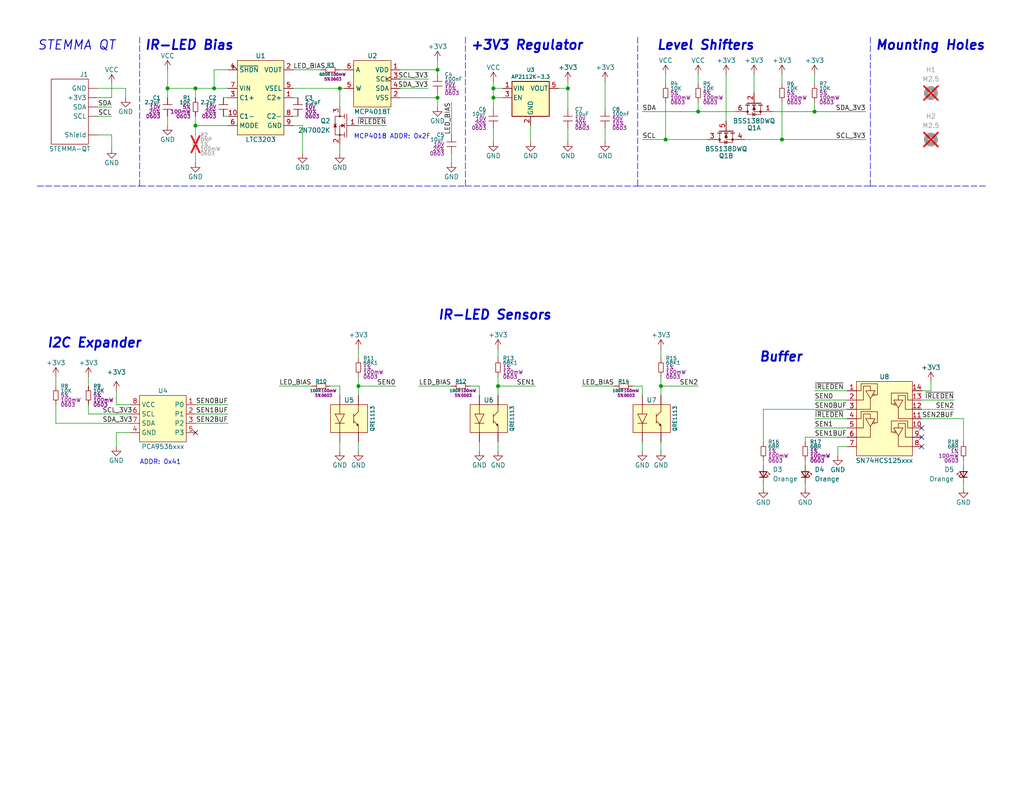
<source format=kicad_sch>
(kicad_sch (version 20230121) (generator eeschema)
  (paper "USLetter")
  (title_block (title "Destination Automation Line Follower Array") (date "2024-02-25") (rev "02") (comment 1 "Madison Gleydura") (comment 2 "PROTOTYPE") (comment 3 "2024"))
  (junction (at 213.36 38.1))
  (junction (at 222.25 30.48))
  (junction (at 45.72 24.13))
  (junction (at 119.38 26.67))
  (junction (at 134.62 26.67))
  (junction (at 58.42 24.13))
  (junction (at 53.34 24.13))
  (junction (at 134.62 24.13))
  (junction (at 92.71 24.13))
  (junction (at 190.5 30.48))
  (junction (at 135.89 105.41))
  (junction (at 180.34 105.41))
  (junction (at 181.61 38.1))
  (junction (at 53.34 34.29))
  (junction (at 154.94 24.13))
  (junction (at 119.38 19.05))
  (junction (at 97.79 105.41))
  (no_connect (at 251.46 119.38))
  (no_connect (at 251.46 116.84))
  (no_connect (at 53.34 118.11))
  (no_connect (at 251.46 121.92))
  (wire (pts (xy 97.79 105.41) (xy 107.95 105.41)))
  (wire (pts (xy 219.71 119.38) (xy 231.14 119.38)))
  (wire (pts (xy 31.75 106.68) (xy 31.75 110.49)))
  (wire (pts (xy 165.1 34.925) (xy 165.1 38.735)))
  (wire (pts (xy 262.89 127) (xy 262.89 125.73)))
  (wire (pts (xy 154.94 24.13) (xy 154.94 29.845)))
  (wire (pts (xy 180.34 102.87) (xy 180.34 105.41)))
  (wire (pts (xy 80.01 24.13) (xy 92.71 24.13)))
  (wire (pts (xy 213.36 38.1) (xy 236.22 38.1)))
  (wire (pts (xy 53.34 115.57) (xy 62.23 115.57)))
  (wire (pts (xy 190.5 27.94) (xy 190.5 30.48)))
  (polyline (pts (xy 237.49 10.16) (xy 237.49 50.8)) (stroke (width 0) (type dash)))
  (wire (pts (xy 26.67 36.83) (xy 30.48 36.83)))
  (wire (pts (xy 219.71 119.38) (xy 219.71 120.65)))
  (wire (pts (xy 45.72 31.75) (xy 45.72 34.29)))
  (wire (pts (xy 119.38 25.4) (xy 119.38 26.67)))
  (wire (pts (xy 135.89 95.25) (xy 135.89 97.79)))
  (wire (pts (xy 24.13 113.03) (xy 35.56 113.03)))
  (wire (pts (xy 80.01 31.75) (xy 81.28 31.75)))
  (wire (pts (xy 31.75 118.11) (xy 31.75 121.92)))
  (wire (pts (xy 80.01 26.67) (xy 81.28 26.67)))
  (wire (pts (xy 222.25 109.22) (xy 231.14 109.22)))
  (wire (pts (xy 154.94 22.225) (xy 154.94 24.13)))
  (wire (pts (xy 26.67 31.75) (xy 30.48 31.75)))
  (wire (pts (xy 137.16 26.67) (xy 134.62 26.67)))
  (wire (pts (xy 34.29 26.67) (xy 34.29 24.13)))
  (wire (pts (xy 53.34 34.29) (xy 62.23 34.29)))
  (wire (pts (xy 180.34 105.41) (xy 190.5 105.41)))
  (polyline (pts (xy 38.1 10.16) (xy 38.1 50.8)) (stroke (width 0) (type dash)))
  (wire (pts (xy 134.62 29.845) (xy 134.62 26.67)))
  (wire (pts (xy 15.24 102.87) (xy 15.24 105.41)))
  (wire (pts (xy 175.26 30.48) (xy 190.5 30.48)))
  (wire (pts (xy 180.34 120.65) (xy 180.34 123.19)))
  (wire (pts (xy 154.94 34.925) (xy 154.94 38.735)))
  (wire (pts (xy 92.71 39.37) (xy 92.71 41.91)))
  (wire (pts (xy 251.46 109.22) (xy 260.35 109.22)))
  (wire (pts (xy 53.34 113.03) (xy 62.23 113.03)))
  (wire (pts (xy 222.25 106.68) (xy 231.14 106.68)))
  (wire (pts (xy 26.67 26.67) (xy 30.48 26.67)))
  (wire (pts (xy 181.61 38.1) (xy 193.04 38.1)))
  (wire (pts (xy 135.89 102.87) (xy 135.89 105.41)))
  (wire (pts (xy 53.34 34.29) (xy 53.34 36.83)))
  (wire (pts (xy 208.28 111.76) (xy 208.28 120.65)))
  (wire (pts (xy 53.34 24.13) (xy 58.42 24.13)))
  (wire (pts (xy 254 104.14) (xy 254 106.68)))
  (wire (pts (xy 130.81 105.41) (xy 130.81 107.95)))
  (wire (pts (xy 53.34 41.91) (xy 53.34 44.45)))
  (wire (pts (xy 134.62 24.13) (xy 134.62 26.67)))
  (wire (pts (xy 228.6 121.92) (xy 231.14 121.92)))
  (wire (pts (xy 262.89 132.08) (xy 262.89 133.35)))
  (polyline (pts (xy 173.99 50.8) (xy 237.49 50.8)) (stroke (width 0) (type dash)))
  (wire (pts (xy 134.62 34.925) (xy 134.62 38.735)))
  (wire (pts (xy 208.28 132.08) (xy 208.28 133.35)))
  (wire (pts (xy 58.42 19.05) (xy 58.42 24.13)))
  (polyline (pts (xy 38.1 50.8) (xy 127 50.8)) (stroke (width 0) (type dash)))
  (wire (pts (xy 144.78 34.29) (xy 144.78 38.735)))
  (polyline (pts (xy 237.49 50.8) (xy 269.24 50.8)) (stroke (width 0) (type dash)))
  (wire (pts (xy 82.55 34.29) (xy 82.55 41.91)))
  (wire (pts (xy 165.1 22.225) (xy 165.1 29.845)))
  (wire (pts (xy 123.19 27.94) (xy 123.19 36.83)))
  (wire (pts (xy 181.61 27.94) (xy 181.61 38.1)))
  (wire (pts (xy 208.28 111.76) (xy 231.14 111.76)))
  (wire (pts (xy 97.79 34.29) (xy 105.41 34.29)))
  (wire (pts (xy 152.4 24.13) (xy 154.94 24.13)))
  (wire (pts (xy 213.36 27.94) (xy 213.36 38.1)))
  (wire (pts (xy 190.5 30.48) (xy 200.66 30.48)))
  (wire (pts (xy 251.46 114.3) (xy 262.89 114.3)))
  (wire (pts (xy 135.89 120.65) (xy 135.89 123.19)))
  (wire (pts (xy 203.2 38.1) (xy 213.36 38.1)))
  (wire (pts (xy 198.12 20.32) (xy 198.12 33.02)))
  (wire (pts (xy 109.22 26.67) (xy 119.38 26.67)))
  (wire (pts (xy 90.17 105.41) (xy 92.71 105.41)))
  (wire (pts (xy 80.01 19.05) (xy 87.63 19.05)))
  (wire (pts (xy 180.34 95.25) (xy 180.34 97.79)))
  (wire (pts (xy 26.67 29.21) (xy 30.48 29.21)))
  (wire (pts (xy 109.22 19.05) (xy 119.38 19.05)))
  (wire (pts (xy 222.25 114.3) (xy 231.14 114.3)))
  (wire (pts (xy 30.48 36.83) (xy 30.48 40.64)))
  (wire (pts (xy 92.71 24.13) (xy 92.71 29.21)))
  (wire (pts (xy 15.24 115.57) (xy 35.56 115.57)))
  (wire (pts (xy 116.84 21.59) (xy 109.22 21.59)))
  (wire (pts (xy 92.71 24.13) (xy 93.98 24.13)))
  (wire (pts (xy 76.2 105.41) (xy 85.09 105.41)))
  (wire (pts (xy 222.25 30.48) (xy 236.22 30.48)))
  (wire (pts (xy 31.75 118.11) (xy 35.56 118.11)))
  (wire (pts (xy 251.46 106.68) (xy 254 106.68)))
  (wire (pts (xy 135.89 105.41) (xy 135.89 107.95)))
  (polyline (pts (xy 127 50.8) (xy 173.99 50.8)) (stroke (width 0) (type dash)))
  (wire (pts (xy 24.13 102.87) (xy 24.13 105.41)))
  (wire (pts (xy 190.5 20.32) (xy 190.5 22.86)))
  (wire (pts (xy 128.27 105.41) (xy 130.81 105.41)))
  (wire (pts (xy 228.6 121.92) (xy 228.6 124.46)))
  (wire (pts (xy 24.13 110.49) (xy 24.13 113.03)))
  (wire (pts (xy 45.72 24.13) (xy 45.72 26.67)))
  (wire (pts (xy 53.34 110.49) (xy 62.23 110.49)))
  (wire (pts (xy 97.79 105.41) (xy 97.79 107.95)))
  (wire (pts (xy 92.71 120.65) (xy 92.71 123.19)))
  (wire (pts (xy 172.72 105.41) (xy 175.26 105.41)))
  (wire (pts (xy 45.72 19.05) (xy 45.72 24.13)))
  (wire (pts (xy 97.79 95.25) (xy 97.79 97.79)))
  (wire (pts (xy 210.82 30.48) (xy 222.25 30.48)))
  (wire (pts (xy 219.71 127) (xy 219.71 125.73)))
  (wire (pts (xy 262.89 114.3) (xy 262.89 120.65)))
  (wire (pts (xy 109.22 24.13) (xy 116.84 24.13)))
  (wire (pts (xy 135.89 105.41) (xy 146.05 105.41)))
  (wire (pts (xy 97.79 120.65) (xy 97.79 123.19)))
  (wire (pts (xy 60.96 26.67) (xy 62.23 26.67)))
  (wire (pts (xy 92.71 105.41) (xy 92.71 107.95)))
  (wire (pts (xy 97.79 102.87) (xy 97.79 105.41)))
  (wire (pts (xy 130.81 120.65) (xy 130.81 123.19)))
  (wire (pts (xy 114.3 105.41) (xy 123.19 105.41)))
  (polyline (pts (xy 10.16 50.8) (xy 38.1 50.8)) (stroke (width 0) (type dash)))
  (wire (pts (xy 222.25 20.32) (xy 222.25 22.86)))
  (wire (pts (xy 119.38 26.67) (xy 119.38 29.21)))
  (wire (pts (xy 205.74 20.32) (xy 205.74 25.4)))
  (wire (pts (xy 26.67 24.13) (xy 34.29 24.13)))
  (wire (pts (xy 208.28 127) (xy 208.28 125.73)))
  (wire (pts (xy 119.38 16.51) (xy 119.38 19.05)))
  (wire (pts (xy 134.62 22.225) (xy 134.62 24.13)))
  (wire (pts (xy 222.25 116.84) (xy 231.14 116.84)))
  (wire (pts (xy 45.72 24.13) (xy 53.34 24.13)))
  (wire (pts (xy 53.34 24.13) (xy 53.34 26.67)))
  (wire (pts (xy 58.42 24.13) (xy 62.23 24.13)))
  (wire (pts (xy 175.26 38.1) (xy 181.61 38.1)))
  (wire (pts (xy 222.25 27.94) (xy 222.25 30.48)))
  (wire (pts (xy 30.48 22.86) (xy 30.48 26.67)))
  (wire (pts (xy 175.26 105.41) (xy 175.26 107.95)))
  (wire (pts (xy 181.61 20.32) (xy 181.61 22.86)))
  (wire (pts (xy 119.38 19.05) (xy 119.38 20.32)))
  (wire (pts (xy 180.34 105.41) (xy 180.34 107.95)))
  (wire (pts (xy 219.71 132.08) (xy 219.71 133.35)))
  (wire (pts (xy 53.34 31.75) (xy 53.34 34.29)))
  (wire (pts (xy 80.01 34.29) (xy 82.55 34.29)))
  (polyline (pts (xy 127 10.16) (xy 127 50.8)) (stroke (width 0) (type dash)))
  (wire (pts (xy 92.71 19.05) (xy 93.98 19.05)))
  (wire (pts (xy 15.24 110.49) (xy 15.24 115.57)))
  (wire (pts (xy 58.42 19.05) (xy 62.23 19.05)))
  (wire (pts (xy 158.75 105.41) (xy 167.64 105.41)))
  (wire (pts (xy 213.36 20.32) (xy 213.36 22.86)))
  (wire (pts (xy 31.75 110.49) (xy 35.56 110.49)))
  (wire (pts (xy 134.62 24.13) (xy 137.16 24.13)))
  (wire (pts (xy 251.46 111.76) (xy 260.35 111.76)))
  (polyline (pts (xy 173.99 10.16) (xy 173.99 50.8)) (stroke (width 0) (type dash)))
  (wire (pts (xy 60.96 31.75) (xy 62.23 31.75)))
  (wire (pts (xy 175.26 120.65) (xy 175.26 123.19)))
  (wire (pts (xy 123.19 41.91) (xy 123.19 44.45)))
  (text "Mounting Holes" (at 238.76 13.97 0) (effects (font (size 2.54 2.54) bold italic) (justify left bottom)))
  (text "ADDR: 0x41" (at 38.1 127 0) (effects (font (size 1.27 1.27)) (justify left bottom)))
  (text "Level Shifters" (at 179.07 13.97 0) (effects (font (size 2.54 2.54) (thickness 0.508) bold italic) (justify left bottom)))
  (text "IR-LED Bias" (at 39.37 13.97 0) (effects (font (size 2.54 2.54) bold italic) (justify left bottom)))
  (text "IR-LED Sensors" (at 119.38 87.63 0) (effects (font (size 2.54 2.54) bold italic) (justify left bottom)))
  (text "+3V3 Regulator" (at 128.27 13.97 0) (effects (font (size 2.54 2.54) bold italic) (justify left bottom)))
  (text "MCP4018 ADDR: 0x2F" (at 96.52 38.1 0) (effects (font (size 1.27 1.27)) (justify left bottom)))
  (text "Buffer" (at 207.01 99.06 0) (effects (font (size 2.54 2.54) bold italic) (justify left bottom)))
  (text "I2C Expander" (at 12.7 95.25 0) (effects (font (size 2.54 2.54) bold italic) (justify left bottom)))
  (text "STEMMA QT" (at 10.16 13.97 0) (effects (font (size 2.54 2.54) (thickness 0.254) bold italic) (justify left bottom)))
  (label "SEN1BUF" (at 62.23 113.03 180))
  (label "SDA_3V3" (at 116.84 24.13 180))
  (label "SDA" (at 175.26 30.48 0))
  (label "SEN2" (at 260.35 111.76 180))
  (label "SEN2" (at 190.5 105.41 180))
  (label "SEN2BUF" (at 62.23 115.57 180))
  (label "~{IRLEDEN}" (at 260.35 109.22 180))
  (label "SEN0" (at 107.95 105.41 180))
  (label "SEN0BUF" (at 62.23 110.49 180))
  (label "~{IRLEDEN}" (at 105.41 34.29 180))
  (label "~{IRLEDEN}" (at 222.25 114.3 0))
  (label "SDA" (at 30.48 29.21 180))
  (label "LED_BIAS" (at 76.2 105.41 0))
  (label "SCL_3V3" (at 27.94 113.03 0))
  (label "SEN1BUF" (at 222.25 119.38 0))
  (label "SEN1" (at 146.05 105.41 180))
  (label "SEN0BUF" (at 222.25 111.76 0))
  (label "SDA_3V3" (at 236.22 30.48 180))
  (label "SCL" (at 30.48 31.75 180))
  (label "SDA_3V3" (at 27.94 115.57 0))
  (label "SEN1" (at 222.25 116.84 0))
  (label "LED_BIAS" (at 114.3 105.41 0))
  (label "SCL_3V3" (at 236.22 38.1 180))
  (label "~{IRLEDEN}" (at 222.25 106.68 0))
  (label "SEN0" (at 222.25 109.22 0))
  (label "SCL_3V3" (at 116.84 21.59 180))
  (label "LED_BIAS" (at 158.75 105.41 0))
  (label "SEN2BUF" (at 260.35 114.3 180))
  (label "LED_BIAS" (at 123.19 27.94 270))
  (label "LED_BIAS" (at 80.01 19.05 0))
  (label "SCL" (at 175.26 38.1 0))
  (symbol (lib_id "lib_sch:LED_Small") (at 262.89 129.54 90) (unit 1)
    (property "Reference" "D5" (at 260.35 128.2065 90) (effects (justify left)))
    (property "Value" "Orange" (at 260.35 130.7465 90) (effects (justify left)))
    (property "Footprint" "lib_fp:LTST-C230KFKT" (effects hide))
    (property "Datasheet" "datasheets/Lite-On-LTST-C230KFKT.pdf" (effects hide))
    (property "Manufacturer" "Lite-On Inc." (effects hide))
    (property "mpn" "LTST-C230KFKT" (effects hide))
    (property "populate" "1" (effects hide))
  )
  (symbol (lib_id "power:GND") (at 45.72 34.29 0) (unit 1)
    (property "Reference" "#PWR04" (effects hide))
    (property "Value" "GND" (at 45.72 38.1 0))
  )
  (symbol (lib_id "lib_sch:r_small_horizontal") (at 125.73 105.41 0) (unit 1)
    (property "Reference" "R12" (at 125.73 104.14 0) (effects (font (size 1.016 1.016))))
    (property "Value" "100R" (at 125.73 106.68 0) (effects (font (size 0.762 0.762)) (justify right)))
    (property "Footprint" "lib_fp:RESC160X80X55L30N" (effects hide))
    (property "Datasheet" "datasheets/Vishay-Dale-DCRCWe3.pdf" (effects hide))
    (property "Manufacturer" "Vishay Dale" (effects hide))
    (property "mpn" "CRCW0603100RJNEB" (effects hide))
    (property "Tolerance" "5%" (at 125.73 107.95 0) (effects (font (size 0.762 0.762)) (justify right)))
    (property "Power Rating" "100mW" (at 125.73 106.68 0) (effects (font (size 0.762 0.762)) (justify left)))
    (property "Package" "0603" (at 125.73 107.95 0) (effects (font (size 0.762 0.762)) (justify left)))
    (property "populate" "1" (effects hide))
  )
  (symbol (lib_id "lib_sch:QRE1113") (at 95.25 114.3 0) (unit 1)
    (property "Reference" "U5" (at 95.25 109.22 0))
    (property "Value" "QRE1113" (at 101.6 114.3 90) (effects (font (size 1.016 1.016))))
    (property "Footprint" "lib_fp:QRE1113GR" (effects hide))
    (property "Datasheet" "datasheets/Onsemi-QRE1113.pdf" (effects hide))
    (property "Manufacturer" "Onsemi" (effects hide))
    (property "mpn" "QRE1113GR" (effects hide))
    (property "populate" "1" (effects hide))
  )
  (symbol (lib_id "power:GND") (at 97.79 123.19 0) (unit 1)
    (property "Reference" "#PWR023" (effects hide))
    (property "Value" "GND" (at 97.79 127 0))
  )
  (symbol (lib_id "power:+3V3") (at 135.89 95.25 0) (unit 1)
    (property "Reference" "#PWR025" (effects hide))
    (property "Value" "+3V3" (at 135.89 91.44 0))
  )
  (symbol (lib_name "r_small_2") (lib_id "lib_sch:r_small_2") (at 219.71 123.19 0) (unit 1)
    (property "Reference" "R17" (at 220.98 120.65 0) (effects (font (size 1.016 1.016)) (justify left)))
    (property "Value" "68R" (at 220.98 121.92 0) (effects (font (size 1.016 1.016)) (justify left)))
    (property "Footprint" "lib_fp:RESC160X80X55L30N" (effects hide))
    (property "Datasheet" "datasheets/Vishay-Dale-DCRCWe3.pdf" (effects hide))
    (property "Manufacturer" "Vishay Dale" (effects hide))
    (property "mpn" "CRCW060368R0FKEA" (effects hide))
    (property "Tolerance" "1%" (at 220.98 123.19 0) (effects (font (size 1.016 1.016)) (justify left)))
    (property "Power Rating" "100mW" (at 220.98 124.46 0) (effects (font (size 1.016 1.016)) (justify left)))
    (property "Package" "0603" (at 220.98 125.73 0) (effects (font (size 1.016 1.016)) (justify left)))
    (property "populate" "1" (effects hide))
  )
  (symbol (lib_id "lib_sch:r_small") (at 24.13 107.95 0) (unit 1)
    (property "Reference" "R9" (at 25.4 105.41 0) (effects (font (size 1.016 1.016)) (justify left)))
    (property "Value" "10K" (at 25.4 106.68 0) (effects (font (size 1.016 1.016)) (justify left)))
    (property "Footprint" "lib_fp:RESC160X80X55L30N" (effects hide))
    (property "Datasheet" "datasheets/Vishay-Dale-DCRCWe3.pdf" (effects hide))
    (property "Manufacturer" "Vishay Dale" (effects hide))
    (property "mpn" "CRCW060310K0JNEB" (effects hide))
    (property "Tolerance" "5%" (at 25.4 107.95 0) (effects (font (size 1.016 1.016)) (justify left)))
    (property "Power Rating" "100mW" (at 25.4 109.22 0) (effects (font (size 1.016 1.016)) (justify left)))
    (property "Package" "0603" (at 25.4 110.49 0) (effects (font (size 1.016 1.016)) (justify left)))
    (property "populate" "1" (effects hide))
  )
  (symbol (lib_id "power:+3V3") (at 119.38 16.51 0) (unit 1)
    (property "Reference" "#PWR03" (effects hide))
    (property "Value" "+3V3" (at 119.38 12.7 0))
  )
  (symbol (lib_id "lib_sch:c_small") (at 60.96 29.21 0) (mirror y) (unit 1)
    (property "Reference" "C2" (at 59.055 26.67 0) (effects (font (size 1.016 1.016)) (justify left)))
    (property "Value" "2.2uF" (at 59.055 27.94 0) (effects (font (size 1.016 1.016)) (justify left)))
    (property "Footprint" "lib_fp:CAPC160X80X88L35N" (effects hide))
    (property "Datasheet" "datasheets/AVX-CX5R-KGM-MLCC.pdf" (effects hide))
    (property "Manufacturer" "KYOCERA AVX" (effects hide))
    (property "mpn" "KGM15BR51A225MT" (effects hide))
    (property "Tolerance" "20%" (at 59.055 30.48 0) (effects (font (size 1.016 1.016)) (justify left)))
    (property "Voltage Rating" "10V" (at 59.055 29.21 0) (effects (font (size 1.016 1.016)) (justify left)))
    (property "Package" "0603" (at 59.055 31.75 0) (effects (font (size 1.016 1.016)) (justify left)))
    (property "populate" "1" (effects hide))
  )
  (symbol (lib_id "lib_sch:MountingHole") (at 254 25.4 0) (unit 1) (in_bom no) (dnp yes)
    (property "Reference" "H1" (at 254 19.05 0))
    (property "Value" "M2.5" (at 254 21.59 0))
    (property "Footprint" "lib_fp:M2.54_NPTH" (effects hide))
  )
  (symbol (lib_id "lib_sch:STEMMA-QT") (at 19.05 30.48 0) (mirror y) (unit 1)
    (property "Reference" "J1" (at 24.13 20.32 0) (effects (justify left)))
    (property "Value" "STEMMA-QT" (at 19.05 40.64 0))
    (property "Footprint" "lib_fp:JST_SH_SM04B-SRSS-TB" (effects hide))
    (property "Datasheet" "datasheets/JST-SH-Connectors.pdf" (effects hide))
    (property "Manufacturer" "JST Sales America Inc." (effects hide))
    (property "mpn" "SM04B-SRSS-TB" (effects hide))
    (property "populate" "1" (effects hide))
  )
  (symbol (lib_id "lib_sch:c_small") (at 134.62 32.385 0) (mirror y) (unit 1)
    (property "Reference" "C6" (at 132.715 29.845 0) (effects (font (size 1.016 1.016)) (justify left)))
    (property "Value" "10uF" (at 132.715 31.115 0) (effects (font (size 1.016 1.016)) (justify left)))
    (property "Footprint" "lib_fp:CAPC160X80X88L35N" (effects hide))
    (property "Datasheet" "datasheets/AVX-CX5R-KGM-MLCC.pdf" (effects hide))
    (property "Manufacturer" "KYOCERA AVX" (effects hide))
    (property "mpn" "KGM15CR51A106MT" (effects hide))
    (property "Tolerance" "20%" (at 132.715 33.655 0) (effects (font (size 1.016 1.016)) (justify left)))
    (property "Voltage Rating" "10V" (at 132.715 32.385 0) (effects (font (size 1.016 1.016)) (justify left)))
    (property "Package" "0603" (at 132.715 34.925 0) (effects (font (size 1.016 1.016)) (justify left)))
    (property "populate" "1" (effects hide))
  )
  (symbol (lib_id "power:GND") (at 31.75 121.92 0) (unit 1)
    (property "Reference" "#PWR019" (effects hide))
    (property "Value" "GND" (at 31.75 125.73 0))
  )
  (symbol (lib_name "r_small_2") (lib_id "lib_sch:r_small_2") (at 208.28 123.19 0) (unit 1)
    (property "Reference" "R16" (at 209.55 120.65 0) (effects (font (size 1.016 1.016)) (justify left)))
    (property "Value" "68R" (at 209.55 121.92 0) (effects (font (size 1.016 1.016)) (justify left)))
    (property "Footprint" "lib_fp:RESC160X80X55L30N" (effects hide))
    (property "Datasheet" "datasheets/Vishay-Dale-DCRCWe3.pdf" (effects hide))
    (property "Manufacturer" "Vishay Dale" (effects hide))
    (property "mpn" "CRCW060368R0FKEA" (effects hide))
    (property "Tolerance" "1%" (at 209.55 123.19 0) (effects (font (size 1.016 1.016)) (justify left)))
    (property "Power Rating" "100mW" (at 209.55 124.46 0) (effects (font (size 1.016 1.016)) (justify left)))
    (property "Package" "0603" (at 209.55 125.73 0) (effects (font (size 1.016 1.016)) (justify left)))
    (property "populate" "1" (effects hide))
  )
  (symbol (lib_id "power:+3V3") (at 97.79 95.25 0) (unit 1)
    (property "Reference" "#PWR021" (effects hide))
    (property "Value" "+3V3" (at 97.79 91.44 0))
  )
  (symbol (lib_id "power:VCC") (at 45.72 19.05 0) (unit 1)
    (property "Reference" "#PWR09" (effects hide))
    (property "Value" "VCC" (at 45.72 15.24 0))
  )
  (symbol (lib_name "r_small_1") (lib_id "lib_sch:r_small_1") (at 97.79 100.33 0) (unit 1)
    (property "Reference" "R11" (at 99.06 97.79 0) (effects (font (size 1.016 1.016)) (justify left)))
    (property "Value" "68K1" (at 99.06 99.06 0) (effects (font (size 1.016 1.016)) (justify left)))
    (property "Footprint" "lib_fp:RESC160X80X55L30N" (effects hide))
    (property "Datasheet" "datasheets/Vishay-Dale-DCRCWe3.pdf" (effects hide))
    (property "Manufacturer" "Vishay Dale" (effects hide))
    (property "mpn" "CRCW060368K1FKEA" (effects hide))
    (property "Tolerance" "1%" (at 99.06 100.33 0) (effects (font (size 1.016 1.016)) (justify left)))
    (property "Power Rating" "100mW" (at 99.06 101.6 0) (effects (font (size 1.016 1.016)) (justify left)))
    (property "Package" "0603" (at 99.06 102.87 0) (effects (font (size 1.016 1.016)) (justify left)))
    (property "populate" "1" (effects hide))
  )
  (symbol (lib_id "power:GND") (at 135.89 123.19 0) (unit 1)
    (property "Reference" "#PWR026" (effects hide))
    (property "Value" "GND" (at 135.89 127 0))
  )
  (symbol (lib_id "power:GND") (at 53.34 44.45 0) (unit 1)
    (property "Reference" "#PWR08" (effects hide))
    (property "Value" "GND" (at 53.34 48.26 0))
  )
  (symbol (lib_id "power:GND") (at 165.1 38.735 0) (unit 1)
    (property "Reference" "#PWR016" (effects hide))
    (property "Value" "GND" (at 165.1 42.545 0))
  )
  (symbol (lib_id "power:GND") (at 92.71 41.91 0) (mirror y) (unit 1)
    (property "Reference" "#PWR032" (effects hide))
    (property "Value" "GND" (at 92.71 45.72 0))
  )
  (symbol (lib_id "lib_sch:r_small") (at 15.24 107.95 0) (unit 1)
    (property "Reference" "R8" (at 16.51 105.41 0) (effects (font (size 1.016 1.016)) (justify left)))
    (property "Value" "10K" (at 16.51 106.68 0) (effects (font (size 1.016 1.016)) (justify left)))
    (property "Footprint" "lib_fp:RESC160X80X55L30N" (effects hide))
    (property "Datasheet" "datasheets/Vishay-Dale-DCRCWe3.pdf" (effects hide))
    (property "Manufacturer" "Vishay Dale" (effects hide))
    (property "mpn" "CRCW060310K0JNEB" (effects hide))
    (property "Tolerance" "5%" (at 16.51 107.95 0) (effects (font (size 1.016 1.016)) (justify left)))
    (property "Power Rating" "100mW" (at 16.51 109.22 0) (effects (font (size 1.016 1.016)) (justify left)))
    (property "Package" "0603" (at 16.51 110.49 0) (effects (font (size 1.016 1.016)) (justify left)))
    (property "populate" "1" (effects hide))
  )
  (symbol (lib_id "lib_sch:c_small") (at 45.72 29.21 0) (mirror y) (unit 1)
    (property "Reference" "C1" (at 43.815 26.67 0) (effects (font (size 1.016 1.016)) (justify left)))
    (property "Value" "2.2uF" (at 43.815 27.94 0) (effects (font (size 1.016 1.016)) (justify left)))
    (property "Footprint" "lib_fp:CAPC160X80X88L35N" (effects hide))
    (property "Datasheet" "datasheets/AVX-CX5R-KGM-MLCC.pdf" (effects hide))
    (property "Manufacturer" "KYOCERA AVX" (effects hide))
    (property "mpn" "KGM15BR51A225MT" (effects hide))
    (property "Tolerance" "20%" (at 43.815 30.48 0) (effects (font (size 1.016 1.016)) (justify left)))
    (property "Voltage Rating" "10V" (at 43.815 29.21 0) (effects (font (size 1.016 1.016)) (justify left)))
    (property "Package" "0603" (at 43.815 31.75 0) (effects (font (size 1.016 1.016)) (justify left)))
    (property "populate" "1" (effects hide))
  )
  (symbol (lib_id "power:GND") (at 130.81 123.19 0) (unit 1)
    (property "Reference" "#PWR024" (effects hide))
    (property "Value" "GND" (at 130.81 127 0))
  )
  (symbol (lib_id "power:GND") (at 175.26 123.19 0) (unit 1)
    (property "Reference" "#PWR027" (effects hide))
    (property "Value" "GND" (at 175.26 127 0))
  )
  (symbol (lib_id "power:+3V3") (at 24.13 102.87 0) (unit 1)
    (property "Reference" "#PWR06" (effects hide))
    (property "Value" "+3V3" (at 24.13 99.06 0))
  )
  (symbol (lib_id "DS-Master-Transistors:Duel-NMOS") (at 198.12 38.1 0) (mirror x) (unit 2)
    (property "Reference" "Q1" (at 198.12 42.545 0))
    (property "Value" "BSS138DWQ" (at 198.12 40.64 0))
    (property "Footprint" "lib_fp:SOT23-6P65_210X110L32X20N" (effects hide))
    (property "Datasheet" "datasheets/BSS138DWQ.pdf" (effects hide))
    (property "Manufacturer" "Diodes Incorporated" (effects hide))
    (property "mpn" "BSS138DWQ-7" (effects hide))
    (property "populate" "1" (effects hide))
  )
  (symbol (lib_id "lib_sch:AP2112K-3.3") (at 144.78 26.67 0) (unit 1)
    (property "Reference" "U3" (at 144.78 19.05 0) (effects (font (size 1.016 1.016))))
    (property "Value" "AP2112K-3.3" (at 144.78 20.955 0) (effects (font (size 1.016 1.016))))
    (property "Footprint" "lib_fp:SOT23-5" (effects hide))
    (property "Datasheet" "datasheets/Diodes-Incorporated-AP2122.pdf" (effects hide))
    (property "Manufacturer" "Diodes Incorporated" (effects hide))
    (property "mpn" "AP2112K-3.3TRG1" (effects hide))
    (property "populate" "1" (effects hide))
  )
  (symbol (lib_id "power:GND") (at 123.19 44.45 0) (unit 1)
    (property "Reference" "#PWR07" (effects hide))
    (property "Value" "GND" (at 123.19 48.26 0))
  )
  (symbol (lib_id "power:+3V3") (at 154.94 22.225 0) (unit 1)
    (property "Reference" "#PWR013" (effects hide))
    (property "Value" "+3V3" (at 154.94 18.415 0))
  )
  (symbol (lib_id "power:GND") (at 219.71 133.35 0) (mirror y) (unit 1)
    (property "Reference" "#PWR034" (effects hide))
    (property "Value" "GND" (at 219.71 137.16 0))
  )
  (symbol (lib_id "power:GND") (at 262.89 133.35 0) (mirror y) (unit 1)
    (property "Reference" "#PWR035" (effects hide))
    (property "Value" "GND" (at 262.89 137.16 0))
  )
  (symbol (lib_id "lib_sch:LTC3203") (at 71.12 26.67 0) (unit 1)
    (property "Reference" "U1" (at 71.12 15.24 0))
    (property "Value" "LTC3203" (at 71.12 38.1 0))
    (property "Footprint" "lib_fp:SON11P50_300X300X85L38X25T238X165N" (effects hide))
    (property "Datasheet" "datasheets/Analog-Devices-LTC3203.pdf" (effects hide))
    (property "Manufacturer" "Analog Devices Inc." (effects hide))
    (property "mpn" "LTC3203BEDD#PBF" (effects hide))
    (property "populate" "1" (effects hide))
  )
  (symbol (lib_id "power:GND") (at 154.94 38.735 0) (unit 1)
    (property "Reference" "#PWR014" (effects hide))
    (property "Value" "GND" (at 154.94 42.545 0))
  )
  (symbol (lib_name "GND_3") (lib_id "lib_sch:GND_3") (at 30.48 40.64 0) (unit 1)
    (property "Reference" "#PWR041" (effects hide))
    (property "Value" "GND" (at 30.48 44.45 0))
  )
  (symbol (lib_id "lib_sch:LED_Small") (at 208.28 129.54 270) (mirror x) (unit 1)
    (property "Reference" "D3" (at 210.82 128.2065 90) (effects (justify left)))
    (property "Value" "Orange" (at 210.82 130.7465 90) (effects (justify left)))
    (property "Footprint" "lib_fp:LTST-C230KFKT" (effects hide))
    (property "Datasheet" "datasheets/Lite-On-LTST-C230KFKT.pdf" (effects hide))
    (property "Manufacturer" "Lite-On Inc." (effects hide))
    (property "mpn" "LTST-C230KFKT" (effects hide))
    (property "populate" "1" (effects hide))
  )
  (symbol (lib_id "power:VCC") (at 190.5 20.32 0) (unit 1)
    (property "Reference" "#PWR018" (effects hide))
    (property "Value" "VCC" (at 190.5 16.51 0))
  )
  (symbol (lib_id "lib_sch:SN74HCS125") (at 241.3 114.3 0) (unit 1)
    (property "Reference" "U8" (at 241.3 102.87 0))
    (property "Value" "SN74HCS125xxx" (at 241.3 125.73 0))
    (property "Footprint" "lib_fp:SOP14P65_500X640X120L62X24N" (effects hide))
    (property "Datasheet" "datasheets/Texas-Instruments-SN74HCS125.pdf" (effects hide))
    (property "Manufacturer" "Texas Instruments" (effects hide))
    (property "mpn" "SN74HCS125PWR" (effects hide))
    (property "populate" "1" (effects hide))
  )
  (symbol (lib_name "r_small_1") (lib_id "lib_sch:r_small_1") (at 180.34 100.33 0) (unit 1)
    (property "Reference" "R15" (at 181.61 97.79 0) (effects (font (size 1.016 1.016)) (justify left)))
    (property "Value" "68K1" (at 181.61 99.06 0) (effects (font (size 1.016 1.016)) (justify left)))
    (property "Footprint" "lib_fp:RESC160X80X55L30N" (effects hide))
    (property "Datasheet" "datasheets/Vishay-Dale-DCRCWe3.pdf" (effects hide))
    (property "Manufacturer" "Vishay Dale" (effects hide))
    (property "mpn" "CRCW060368K1FKEA" (effects hide))
    (property "Tolerance" "1%" (at 181.61 100.33 0) (effects (font (size 1.016 1.016)) (justify left)))
    (property "Power Rating" "100mW" (at 181.61 101.6 0) (effects (font (size 1.016 1.016)) (justify left)))
    (property "Package" "0603" (at 181.61 102.87 0) (effects (font (size 1.016 1.016)) (justify left)))
    (property "populate" "1" (effects hide))
  )
  (symbol (lib_id "lib_sch:PCA9536") (at 44.45 114.3 0) (unit 1)
    (property "Reference" "U4" (at 44.45 106.68 0))
    (property "Value" "PCA9536xxx" (at 44.45 121.92 0))
    (property "Footprint" "lib_fp:SOP8P65_300X490X110L55X31N" (effects hide))
    (property "Datasheet" "datasheets/Texas-Instruments-PCA9536.pdf" (effects hide))
    (property "Manufacturer" "Texas Instruments" (effects hide))
    (property "mpn" "PCA9536DGKR" (effects hide))
    (property "populate" "1" (effects hide))
  )
  (symbol (lib_name "r_small_1") (lib_id "lib_sch:r_small_1") (at 53.34 29.21 0) (mirror y) (unit 1)
    (property "Reference" "R1" (at 52.07 26.67 0) (effects (font (size 1.016 1.016)) (justify left)))
    (property "Value" "10K" (at 52.07 27.94 0) (effects (font (size 1.016 1.016)) (justify left)))
    (property "Footprint" "lib_fp:RESC160X80X55L30N" (effects hide))
    (property "Datasheet" "datasheets/Vishay-Dale-DCRCWe3.pdf" (effects hide))
    (property "Manufacturer" "Vishay Dale" (effects hide))
    (property "mpn" "CRCW060310K0JNEB" (effects hide))
    (property "Tolerance" "5%" (at 52.07 29.21 0) (effects (font (size 1.016 1.016)) (justify left)))
    (property "Power Rating" "100mW" (at 52.07 30.48 0) (effects (font (size 1.016 1.016)) (justify left)))
    (property "Package" "0603" (at 52.07 31.75 0) (effects (font (size 1.016 1.016)) (justify left)))
    (property "populate" "1" (effects hide))
  )
  (symbol (lib_id "power:GND") (at 208.28 133.35 0) (unit 1)
    (property "Reference" "#PWR033" (effects hide))
    (property "Value" "GND" (at 208.28 137.16 0))
  )
  (symbol (lib_name "r_small_1") (lib_id "lib_sch:r_small_1") (at 135.89 100.33 0) (unit 1)
    (property "Reference" "R13" (at 137.16 97.79 0) (effects (font (size 1.016 1.016)) (justify left)))
    (property "Value" "68K1" (at 137.16 99.06 0) (effects (font (size 1.016 1.016)) (justify left)))
    (property "Footprint" "lib_fp:RESC160X80X55L30N" (effects hide))
    (property "Datasheet" "datasheets/Vishay-Dale-DCRCWe3.pdf" (effects hide))
    (property "Manufacturer" "Vishay Dale" (effects hide))
    (property "mpn" "CRCW060368K1FKEA" (effects hide))
    (property "Tolerance" "1%" (at 137.16 100.33 0) (effects (font (size 1.016 1.016)) (justify left)))
    (property "Power Rating" "100mW" (at 137.16 101.6 0) (effects (font (size 1.016 1.016)) (justify left)))
    (property "Package" "0603" (at 137.16 102.87 0) (effects (font (size 1.016 1.016)) (justify left)))
    (property "populate" "1" (effects hide))
  )
  (symbol (lib_id "power:+3V3") (at 15.24 102.87 0) (unit 1)
    (property "Reference" "#PWR05" (effects hide))
    (property "Value" "+3V3" (at 15.24 99.06 0))
  )
  (symbol (lib_id "power:+3V3") (at 198.12 20.32 0) (unit 1)
    (property "Reference" "#PWR036" (effects hide))
    (property "Value" "+3V3" (at 198.12 16.51 0))
  )
  (symbol (lib_id "lib_sch:c_small") (at 165.1 32.385 0) (unit 1)
    (property "Reference" "C8" (at 167.005 29.845 0) (effects (font (size 1.016 1.016)) (justify left)))
    (property "Value" "100nF" (at 167.005 31.115 0) (effects (font (size 1.016 1.016)) (justify left)))
    (property "Footprint" "lib_fp:CAPC160X80X88L35N" (effects hide))
    (property "Datasheet" "datasheets/AVX-CX5R-KGM-MLCC.pdf" (effects hide))
    (property "Manufacturer" "KYOCERA AVX" (effects hide))
    (property "mpn" "KGM15AR51H104KT" (effects hide))
    (property "Tolerance" "10%" (at 167.005 33.655 0) (effects (font (size 1.016 1.016)) (justify left)))
    (property "Voltage Rating" "50V" (at 167.005 32.385 0) (effects (font (size 1.016 1.016)) (justify left)))
    (property "Package" "0603" (at 167.005 34.925 0) (effects (font (size 1.016 1.016)) (justify left)))
    (property "populate" "1" (effects hide))
  )
  (symbol (lib_id "lib_sch:r_small_horizontal") (at 170.18 105.41 0) (unit 1)
    (property "Reference" "R14" (at 170.18 104.14 0) (effects (font (size 1.016 1.016))))
    (property "Value" "100R" (at 170.18 106.68 0) (effects (font (size 0.762 0.762)) (justify right)))
    (property "Footprint" "lib_fp:RESC160X80X55L30N" (effects hide))
    (property "Datasheet" "datasheets/Vishay-Dale-DCRCWe3.pdf" (effects hide))
    (property "Manufacturer" "Vishay Dale" (effects hide))
    (property "mpn" "CRCW0603100RJNEB" (effects hide))
    (property "Tolerance" "5%" (at 170.18 107.95 0) (effects (font (size 0.762 0.762)) (justify right)))
    (property "Power Rating" "100mW" (at 170.18 106.68 0) (effects (font (size 0.762 0.762)) (justify left)))
    (property "Package" "0603" (at 170.18 107.95 0) (effects (font (size 0.762 0.762)) (justify left)))
    (property "populate" "1" (effects hide))
  )
  (symbol (lib_id "lib_sch:NMOS_GSD") (at 92.71 34.29 90) (mirror x) (unit 1)
    (property "Reference" "Q2" (at 90.17 33.02 90) (effects (justify left)))
    (property "Value" "2N7002K" (at 90.17 35.56 90) (effects (justify left)))
    (property "Footprint" "lib_fp:SOT23-3P95_237X111L42X43N" (effects hide))
    (property "Datasheet" "datasheets/Onsemi-2N7002K.pdf" (effects hide))
    (property "Manufacturer" "onsemi" (effects hide))
    (property "mpn" "2N7002KT1G" (effects hide))
    (property "populate" "1" (effects hide))
  )
  (symbol (lib_id "power:GND") (at 82.55 41.91 0) (mirror y) (unit 1)
    (property "Reference" "#PWR01" (effects hide))
    (property "Value" "GND" (at 82.55 45.72 0))
  )
  (symbol (lib_id "power:+3V3") (at 254 104.14 0) (unit 1)
    (property "Reference" "#PWR031" (effects hide))
    (property "Value" "+3V3" (at 254 100.33 0))
  )
  (symbol (lib_id "lib_sch:c_small") (at 154.94 32.385 0) (unit 1)
    (property "Reference" "C7" (at 156.845 29.845 0) (effects (font (size 1.016 1.016)) (justify left)))
    (property "Value" "10uF" (at 156.845 31.115 0) (effects (font (size 1.016 1.016)) (justify left)))
    (property "Footprint" "lib_fp:CAPC160X80X88L35N" (effects hide))
    (property "Datasheet" "datasheets/AVX-CX5R-KGM-MLCC.pdf" (effects hide))
    (property "Manufacturer" "KYOCERA AVX" (effects hide))
    (property "mpn" "KGM15CR51A106MT" (effects hide))
    (property "Tolerance" "20%" (at 156.845 33.655 0) (effects (font (size 1.016 1.016)) (justify left)))
    (property "Voltage Rating" "10V" (at 156.845 32.385 0) (effects (font (size 1.016 1.016)) (justify left)))
    (property "Package" "0603" (at 156.845 34.925 0) (effects (font (size 1.016 1.016)) (justify left)))
    (property "populate" "1" (effects hide))
  )
  (symbol (lib_id "lib_sch:c_small") (at 119.38 22.86 0) (unit 1)
    (property "Reference" "C4" (at 121.285 20.32 0) (effects (font (size 1.016 1.016)) (justify left)))
    (property "Value" "100nF" (at 121.285 21.59 0) (effects (font (size 1.016 1.016)) (justify left)))
    (property "Footprint" "lib_fp:CAPC160X80X88L35N" (effects hide))
    (property "Datasheet" "datasheets/AVX-CX5R-KGM-MLCC.pdf" (effects hide))
    (property "Manufacturer" "KYOCERA AVX" (effects hide))
    (property "mpn" "KGM15AR51H104KT" (effects hide))
    (property "Tolerance" "10%" (at 121.285 24.13 0) (effects (font (size 1.016 1.016)) (justify left)))
    (property "Voltage Rating" "50V" (at 121.285 22.86 0) (effects (font (size 1.016 1.016)) (justify left)))
    (property "Package" "0603" (at 121.285 25.4 0) (effects (font (size 1.016 1.016)) (justify left)))
    (property "populate" "1" (effects hide))
  )
  (symbol (lib_id "DS-Master-Passives:r_small") (at 222.25 25.4 0) (unit 1)
    (property "Reference" "R7" (at 223.52 22.86 0) (effects (font (size 1.016 1.016)) (justify left)))
    (property "Value" "10K" (at 223.52 24.13 0) (effects (font (size 1.016 1.016)) (justify left)))
    (property "Footprint" "lib_fp:RESC160X80X55L30N" (effects hide))
    (property "Datasheet" "datasheets/Vishay-Dale-DCRCWe3.pdf" (effects hide))
    (property "Manufacturer" "Vishay Dale" (effects hide))
    (property "mpn" "CRCW060310K0JNEB" (effects hide))
    (property "Tolerance" "5%" (at 223.52 25.4 0) (effects (font (size 1.016 1.016)) (justify left)))
    (property "Power Rating" "100mW" (at 223.52 26.67 0) (effects (font (size 1.016 1.016)) (justify left)))
    (property "Package" "0603" (at 223.52 27.94 0) (effects (font (size 1.016 1.016)) (justify left)))
    (property "populate" "1" (effects hide))
  )
  (symbol (lib_id "power:VCC") (at 181.61 20.32 0) (unit 1)
    (property "Reference" "#PWR017" (effects hide))
    (property "Value" "VCC" (at 181.61 16.51 0))
  )
  (symbol (lib_id "power:+3V3") (at 213.36 20.32 0) (unit 1)
    (property "Reference" "#PWR038" (effects hide))
    (property "Value" "+3V3" (at 213.36 16.51 0))
  )
  (symbol (lib_id "lib_sch:r_small_horizontal") (at 87.63 105.41 0) (unit 1)
    (property "Reference" "R10" (at 87.63 104.14 0) (effects (font (size 1.016 1.016))))
    (property "Value" "100R" (at 87.63 106.68 0) (effects (font (size 0.762 0.762)) (justify right)))
    (property "Footprint" "lib_fp:RESC160X80X55L30N" (effects hide))
    (property "Datasheet" "datasheets/Vishay-Dale-DCRCWe3.pdf" (effects hide))
    (property "Manufacturer" "Vishay Dale" (effects hide))
    (property "mpn" "CRCW0603100RJNEB" (effects hide))
    (property "Tolerance" "5%" (at 87.63 107.95 0) (effects (font (size 0.762 0.762)) (justify right)))
    (property "Power Rating" "100mW" (at 87.63 106.68 0) (effects (font (size 0.762 0.762)) (justify left)))
    (property "Package" "0603" (at 87.63 107.95 0) (effects (font (size 0.762 0.762)) (justify left)))
    (property "populate" "1" (effects hide))
  )
  (symbol (lib_id "DS-Master-Passives:r_small") (at 213.36 25.4 0) (unit 1)
    (property "Reference" "R6" (at 214.63 22.86 0) (effects (font (size 1.016 1.016)) (justify left)))
    (property "Value" "10K" (at 214.63 24.13 0) (effects (font (size 1.016 1.016)) (justify left)))
    (property "Footprint" "lib_fp:RESC160X80X55L30N" (effects hide))
    (property "Datasheet" "datasheets/Vishay-Dale-DCRCWe3.pdf" (effects hide))
    (property "Manufacturer" "Vishay Dale" (effects hide))
    (property "mpn" "CRCW060310K0JNEB" (effects hide))
    (property "Tolerance" "5%" (at 214.63 25.4 0) (effects (font (size 1.016 1.016)) (justify left)))
    (property "Power Rating" "100mW" (at 214.63 26.67 0) (effects (font (size 1.016 1.016)) (justify left)))
    (property "Package" "0603" (at 214.63 27.94 0) (effects (font (size 1.016 1.016)) (justify left)))
    (property "populate" "1" (effects hide))
  )
  (symbol (lib_id "power:+3V3") (at 180.34 95.25 0) (unit 1)
    (property "Reference" "#PWR028" (effects hide))
    (property "Value" "+3V3" (at 180.34 91.44 0))
  )
  (symbol (lib_id "power:GND") (at 180.34 123.19 0) (unit 1)
    (property "Reference" "#PWR029" (effects hide))
    (property "Value" "GND" (at 180.34 127 0))
  )
  (symbol (lib_id "power:+3V3") (at 222.25 20.32 0) (unit 1)
    (property "Reference" "#PWR039" (effects hide))
    (property "Value" "+3V3" (at 222.25 16.51 0))
  )
  (symbol (lib_id "lib_sch:r_small_horizontal") (at 90.17 19.05 0) (unit 1)
    (property "Reference" "R3" (at 90.17 17.78 0) (effects (font (size 1.016 1.016))))
    (property "Value" "680R" (at 90.17 20.32 0) (effects (font (size 0.762 0.762)) (justify right)))
    (property "Footprint" "lib_fp:RESC160X80X55L30N" (effects hide))
    (property "Datasheet" "datasheets/Vishay-Dale-DCRCWe3.pdf" (effects hide))
    (property "Manufacturer" "Vishay Dale" (effects hide))
    (property "mpn" "CRCW0603680RJNEA" (effects hide))
    (property "Tolerance" "5%" (at 90.17 21.59 0) (effects (font (size 0.762 0.762)) (justify right)))
    (property "Power Rating" "100mW" (at 90.17 20.32 0) (effects (font (size 0.762 0.762)) (justify left)))
    (property "Package" "0603" (at 90.17 21.59 0) (effects (font (size 0.762 0.762)) (justify left)))
    (property "populate" "1" (effects hide))
  )
  (symbol (lib_name "GND_3") (lib_id "lib_sch:GND_3") (at 34.29 26.67 0) (unit 1)
    (property "Reference" "#PWR042" (effects hide))
    (property "Value" "GND" (at 34.29 30.48 0))
  )
  (symbol (lib_id "lib_sch:MountingHole") (at 254 38.1 0) (unit 1) (in_bom no) (dnp yes)
    (property "Reference" "H2" (at 254 31.75 0))
    (property "Value" "M2.5" (at 254 34.29 0))
    (property "Footprint" "lib_fp:M2.54_NPTH" (effects hide))
  )
  (symbol (lib_id "power:GND") (at 144.78 38.735 0) (unit 1)
    (property "Reference" "#PWR012" (effects hide))
    (property "Value" "GND" (at 144.78 42.545 0))
  )
  (symbol (lib_id "power:GND") (at 92.71 123.19 0) (unit 1)
    (property "Reference" "#PWR022" (effects hide))
    (property "Value" "GND" (at 92.71 127 0))
  )
  (symbol (lib_id "DS-Master-Passives:r_small") (at 190.5 25.4 0) (unit 1)
    (property "Reference" "R5" (at 191.77 22.86 0) (effects (font (size 1.016 1.016)) (justify left)))
    (property "Value" "10K" (at 191.77 24.13 0) (effects (font (size 1.016 1.016)) (justify left)))
    (property "Footprint" "lib_fp:RESC160X80X55L30N" (effects hide))
    (property "Datasheet" "datasheets/Vishay-Dale-DCRCWe3.pdf" (effects hide))
    (property "Manufacturer" "Vishay Dale" (effects hide))
    (property "mpn" "CRCW060310K0JNEB" (effects hide))
    (property "Tolerance" "5%" (at 191.77 25.4 0) (effects (font (size 1.016 1.016)) (justify left)))
    (property "Power Rating" "100mW" (at 191.77 26.67 0) (effects (font (size 1.016 1.016)) (justify left)))
    (property "Package" "0603" (at 191.77 27.94 0) (effects (font (size 1.016 1.016)) (justify left)))
    (property "populate" "1" (effects hide))
  )
  (symbol (lib_id "lib_sch:QRE1113") (at 177.8 114.3 0) (unit 1)
    (property "Reference" "U7" (at 177.8 109.22 0))
    (property "Value" "QRE1113" (at 184.15 114.3 90) (effects (font (size 1.016 1.016))))
    (property "Footprint" "lib_fp:QRE1113GR" (effects hide))
    (property "Datasheet" "datasheets/Onsemi-QRE1113.pdf" (effects hide))
    (property "Manufacturer" "Onsemi" (effects hide))
    (property "mpn" "QRE1113GR" (effects hide))
    (property "populate" "1" (effects hide))
  )
  (symbol (lib_id "DS-Master-Transistors:Duel-NMOS") (at 205.74 30.48 0) (mirror x) (unit 1)
    (property "Reference" "Q1" (at 205.74 34.925 0))
    (property "Value" "BSS138DWQ" (at 205.74 33.02 0))
    (property "Footprint" "lib_fp:SOT23-6P65_210X110L32X20N" (effects hide))
    (property "Datasheet" "datasheets/BSS138DWQ.pdf" (effects hide))
    (property "Manufacturer" "Diodes Incorporated" (effects hide))
    (property "mpn" "BSS138DWQ-7" (effects hide))
    (property "populate" "1" (effects hide))
  )
  (symbol (lib_id "power:GND") (at 119.38 29.21 0) (unit 1)
    (property "Reference" "#PWR02" (effects hide))
    (property "Value" "GND" (at 119.38 33.02 0))
  )
  (symbol (lib_id "power:GND") (at 228.6 124.46 0) (unit 1)
    (property "Reference" "#PWR030" (effects hide))
    (property "Value" "GND" (at 228.6 128.27 0))
  )
  (symbol (lib_name "r_small_2") (lib_id "lib_sch:r_small_2") (at 262.89 123.19 0) (mirror y) (unit 1)
    (property "Reference" "R18" (at 261.62 120.65 0) (effects (font (size 1.016 1.016)) (justify left)))
    (property "Value" "68R" (at 261.62 121.92 0) (effects (font (size 1.016 1.016)) (justify left)))
    (property "Footprint" "lib_fp:RESC160X80X55L30N" (effects hide))
    (property "Datasheet" "datasheets/Vishay-Dale-DCRCWe3.pdf" (effects hide))
    (property "Manufacturer" "Vishay Dale" (effects hide))
    (property "mpn" "CRCW060368R0FKEA" (effects hide))
    (property "Tolerance" "1%" (at 261.62 123.19 0) (effects (font (size 1.016 1.016)) (justify left)))
    (property "Power Rating" "100mW" (at 261.62 124.46 0) (effects (font (size 1.016 1.016)) (justify left)))
    (property "Package" "0603" (at 261.62 125.73 0) (effects (font (size 1.016 1.016)) (justify left)))
    (property "populate" "1" (effects hide))
  )
  (symbol (lib_id "DS-Master-ICs:MCP4018T") (at 101.6 22.86 0) (mirror y) (unit 1)
    (property "Reference" "U2" (at 101.6 15.24 0))
    (property "Value" "MCP4018T" (at 101.6 30.48 0))
    (property "Footprint" "lib_fp:SOP6P65_200X210X110L28X22N" (effects hide))
    (property "Datasheet" "datasheets/Microchip-MCP40xx.pdf" (effects hide))
    (property "Manufacturer" "Microchip Technology" (effects hide))
    (property "mpn" "MCP4018T-103E/LT" (effects hide))
    (property "populate" "1" (effects hide))
  )
  (symbol (lib_id "power:+3V3") (at 165.1 22.225 0) (unit 1)
    (property "Reference" "#PWR015" (effects hide))
    (property "Value" "+3V3" (at 165.1 18.415 0))
  )
  (symbol (lib_id "power:VCC") (at 134.62 22.225 0) (unit 1)
    (property "Reference" "#PWR010" (effects hide))
    (property "Value" "VCC" (at 134.62 18.415 0))
  )
  (symbol (lib_name "r_small_1") (lib_id "lib_sch:r_small_1") (at 53.34 39.37 0) (unit 1) (in_bom no) (dnp yes)
    (property "Reference" "R2" (at 54.61 36.83 0) (effects (font (size 1.016 1.016)) (justify left)))
    (property "Value" "DNP" (at 54.61 38.1 0) (effects (font (size 1.016 1.016)) (justify left)))
    (property "Footprint" "lib_fp:RESC160X80X55L30N" (effects hide))
    (property "Datasheet" "datasheets/Vishay-Dale-DCRCWe3.pdf" (effects hide))
    (property "Manufacturer" "Vishay Dale" (effects hide))
    (property "mpn" "CRCW06030000Z0EA" (effects hide))
    (property "Tolerance" "1%" (at 54.61 39.37 0) (effects (font (size 1.016 1.016)) (justify left)))
    (property "Power Rating" "100mW" (at 54.61 40.64 0) (effects (font (size 1.016 1.016)) (justify left)))
    (property "Package" "0603" (at 54.61 41.91 0) (effects (font (size 1.016 1.016)) (justify left)))
    (property "populate" "0" (effects hide))
  )
  (symbol (lib_id "power:+3V3") (at 31.75 106.68 0) (unit 1)
    (property "Reference" "#PWR020" (effects hide))
    (property "Value" "+3V3" (at 31.75 101.6 0))
  )
  (symbol (lib_id "power:VCC") (at 30.48 22.86 0) (unit 1)
    (property "Reference" "#PWR040" (effects hide))
    (property "Value" "VCC" (at 30.48 19.05 0))
  )
  (symbol (lib_id "lib_sch:c_small") (at 81.28 29.21 0) (unit 1)
    (property "Reference" "C3" (at 83.185 26.67 0) (effects (font (size 1.016 1.016)) (justify left)))
    (property "Value" "2.2uF" (at 83.185 27.94 0) (effects (font (size 1.016 1.016)) (justify left)))
    (property "Footprint" "lib_fp:CAPC160X80X88L35N" (effects hide))
    (property "Datasheet" "datasheets/AVX-CX5R-KGM-MLCC.pdf" (effects hide))
    (property "Manufacturer" "KYOCERA AVX" (effects hide))
    (property "mpn" "KGM15BR51A225MT" (effects hide))
    (property "Tolerance" "20%" (at 83.185 30.48 0) (effects (font (size 1.016 1.016)) (justify left)))
    (property "Voltage Rating" "10V" (at 83.185 29.21 0) (effects (font (size 1.016 1.016)) (justify left)))
    (property "Package" "0603" (at 83.185 31.75 0) (effects (font (size 1.016 1.016)) (justify left)))
    (property "populate" "1" (effects hide))
  )
  (symbol (lib_id "power:GND") (at 134.62 38.735 0) (unit 1)
    (property "Reference" "#PWR011" (effects hide))
    (property "Value" "GND" (at 134.62 42.545 0))
  )
  (symbol (lib_id "power:+3V3") (at 205.74 20.32 0) (unit 1)
    (property "Reference" "#PWR037" (effects hide))
    (property "Value" "+3V3" (at 205.74 16.51 0))
  )
  (symbol (lib_id "DS-Master-Passives:r_small") (at 181.61 25.4 0) (unit 1)
    (property "Reference" "R4" (at 182.88 22.86 0) (effects (font (size 1.016 1.016)) (justify left)))
    (property "Value" "10K" (at 182.88 24.13 0) (effects (font (size 1.016 1.016)) (justify left)))
    (property "Footprint" "lib_fp:RESC160X80X55L30N" (effects hide))
    (property "Datasheet" "datasheets/Vishay-Dale-DCRCWe3.pdf" (effects hide))
    (property "Manufacturer" "Vishay Dale" (effects hide))
    (property "mpn" "CRCW060310K0JNEB" (effects hide))
    (property "Tolerance" "5%" (at 182.88 25.4 0) (effects (font (size 1.016 1.016)) (justify left)))
    (property "Power Rating" "100mW" (at 182.88 26.67 0) (effects (font (size 1.016 1.016)) (justify left)))
    (property "Package" "0603" (at 182.88 27.94 0) (effects (font (size 1.016 1.016)) (justify left)))
    (property "populate" "1" (effects hide))
  )
  (symbol (lib_id "lib_sch:LED_Small") (at 219.71 129.54 270) (mirror x) (unit 1)
    (property "Reference" "D4" (at 222.25 128.2065 90) (effects (justify left)))
    (property "Value" "Orange" (at 222.25 130.7465 90) (effects (justify left)))
    (property "Footprint" "lib_fp:LTST-C230KFKT" (effects hide))
    (property "Datasheet" "datasheets/Lite-On-LTST-C230KFKT.pdf" (effects hide))
    (property "Manufacturer" "Lite-On Inc." (effects hide))
    (property "mpn" "LTST-C230KFKT" (effects hide))
    (property "populate" "1" (effects hide))
  )
  (symbol (lib_id "lib_sch:c_small") (at 123.19 39.37 0) (mirror y) (unit 1)
    (property "Reference" "C5" (at 121.285 36.83 0) (effects (font (size 1.016 1.016)) (justify left)))
    (property "Value" "10uF" (at 121.285 38.1 0) (effects (font (size 1.016 1.016)) (justify left)))
    (property "Footprint" "lib_fp:CAPC160X80X88L35N" (effects hide))
    (property "Datasheet" "datasheets/AVX-CX5R-KGM-MLCC.pdf" (effects hide))
    (property "Manufacturer" "KYOCERA AVX" (effects hide))
    (property "mpn" "KGM15CR51A106MT" (effects hide))
    (property "Tolerance" "20%" (at 121.285 40.64 0) (effects (font (size 1.016 1.016)) (justify left)))
    (property "Voltage Rating" "10V" (at 121.285 39.37 0) (effects (font (size 1.016 1.016)) (justify left)))
    (property "Package" "0603" (at 121.285 41.91 0) (effects (font (size 1.016 1.016)) (justify left)))
    (property "populate" "1" (effects hide))
  )
  (symbol (lib_id "lib_sch:QRE1113") (at 133.35 114.3 0) (unit 1)
    (property "Reference" "U6" (at 133.35 109.22 0))
    (property "Value" "QRE1113" (at 139.7 114.3 90) (effects (font (size 1.016 1.016))))
    (property "Footprint" "lib_fp:QRE1113GR" (effects hide))
    (property "Datasheet" "datasheets/Onsemi-QRE1113.pdf" (effects hide))
    (property "Manufacturer" "Onsemi" (effects hide))
    (property "mpn" "QRE1113GR" (effects hide))
    (property "populate" "1" (effects hide))
  )
)
</source>
